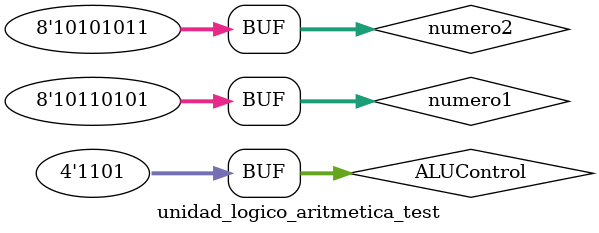
<source format=sv>
module unidad_logico_aritmetica_test();
	logic[7:0] numero1, numero2, resultado;
	logic[3:0] ALUControl;
	logic flagNegativo;
	logic flagCero;
	logic flagOverflow;
	logic flagCarry;
	


	unidad_logico_aritmetica #(8) PRUEBA(numero1, numero2, ALUControl, resultado,flagNegativo,flagCero,flagOverflow,flagCarry);
	
	initial begin
	
	numero1 = 8'b10110101;
	numero2 = 8'b10101011;
	
	ALUControl = 4'b0000;
	#10;
	ALUControl = 4'b0001;
	#10;
	ALUControl = 4'b0010;
	#10;
	ALUControl = 4'b0011;
	#10;
	ALUControl = 4'b0100;
	#10;
	ALUControl = 4'b0101;
	#10;
	ALUControl = 4'b0110;
	#10;
	ALUControl = 4'b0111;
	#10;
	ALUControl = 4'b1000;
	#10;
	ALUControl = 4'b1001;
	#10;
	ALUControl = 4'b1010;
	#10;
	ALUControl = 4'b1011;
	#10;
	ALUControl = 4'b1100;
	#10;
	ALUControl = 4'b1101;
	#10;

	end
	
endmodule 
</source>
